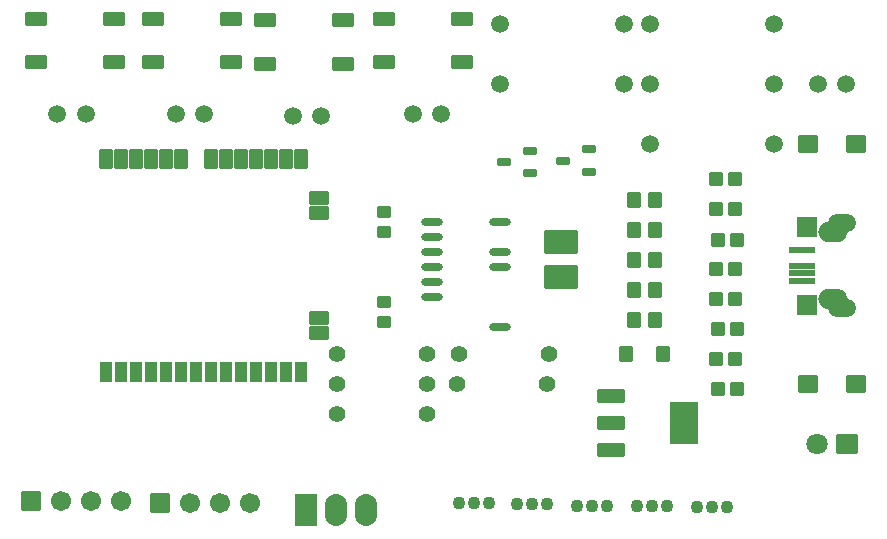
<source format=gts>
G04 Layer: TopSolderMaskLayer*
G04 EasyEDA v6.5.40, 2024-02-29 21:32:03*
G04 cd2e8cfeff5242bcb39c02c4be924e2f,f2d9dfb49ed74d9cbdeda56209f77222,10*
G04 Gerber Generator version 0.2*
G04 Scale: 100 percent, Rotated: No, Reflected: No *
G04 Dimensions in millimeters *
G04 leading zeros omitted , absolute positions ,4 integer and 5 decimal *
%FSLAX45Y45*%
%MOMM*%

%AMMACRO1*1,1,$1,$2,$3*1,1,$1,$4,$5*1,1,$1,0-$2,0-$3*1,1,$1,0-$4,0-$5*20,1,$1,$2,$3,$4,$5,0*20,1,$1,$4,$5,0-$2,0-$3,0*20,1,$1,0-$2,0-$3,0-$4,0-$5,0*20,1,$1,0-$4,0-$5,$2,$3,0*4,1,4,$2,$3,$4,$5,0-$2,0-$3,0-$4,0-$5,$2,$3,0*%
%ADD10MACRO1,0.2032X-0.5X0.55X0.5X0.55*%
%ADD11MACRO1,0.2032X1.3X0.8999X1.3X-0.8999*%
%ADD12MACRO1,0.1016X-0.5X0.6X0.5X0.6*%
%ADD13MACRO1,0.1016X-0.5X0.45X0.5X0.45*%
%ADD14MACRO1,0.1016X0.5188X-0.266X0.5188X0.266*%
%ADD15MACRO1,0.1016X-0.5X0.55X0.5X0.55*%
%ADD16MACRO1,0.1016X-0.765X0.68X-0.765X-0.68*%
%ADD17MACRO1,0.1016X0.765X0.68X0.765X-0.68*%
%ADD18MACRO1,0.1016X1.1X-1.75X-1.1X-1.75*%
%ADD19MACRO1,0.1016X1.1X0.55X1.1X-0.55*%
%ADD20O,1.8466053999999998X0.6615938*%
%ADD21R,1.1032X1.7032*%
%ADD22MACRO1,0.2032X0.75X-0.45X-0.75X-0.45*%
%ADD23MACRO1,0.2032X0.45X0.75X0.45X-0.75*%
%ADD24R,2.3032X0.6032*%
%ADD25R,1.7032X1.7032*%
%ADD26O,2.4031956000000005X1.5031974*%
%ADD27O,2.5015952X1.7015968000000001*%
%ADD28MACRO1,0.1016X0.85X-0.7874X-0.85X-0.7874*%
%ADD29C,1.8016*%
%ADD30C,1.1016*%
%ADD31C,1.5016*%
%ADD32O,1.9015964X2.7015948*%
%ADD33MACRO1,0.1016X-0.9X1.3X0.9X1.3*%
%ADD34C,1.4000*%
%ADD35MACRO1,0.1016X-0.85X0.5X0.85X0.5*%
%ADD36MACRO1,0.1016X-0.8X0.8X0.8X0.8*%
%ADD37C,1.7016*%
%ADD38C,1.5016*%

%LPD*%
D10*
G01*
X5942502Y4610100D03*
G01*
X6122512Y4610100D03*
G01*
X5942502Y4864100D03*
G01*
X6122512Y4864100D03*
G01*
X5942502Y5118100D03*
G01*
X6122512Y5118100D03*
G01*
X5942502Y5372100D03*
G01*
X6122512Y5372100D03*
G01*
X5942502Y5626100D03*
G01*
X6122512Y5626100D03*
D11*
G01*
X5321300Y5270500D03*
G01*
X5321300Y4970272D03*
D12*
G01*
X6187490Y4318000D03*
G01*
X5877509Y4318000D03*
D13*
G01*
X3822700Y4758590D03*
G01*
X3822700Y4588591D03*
G01*
X3822700Y5520590D03*
G01*
X3822700Y5350591D03*
D14*
G01*
X5558425Y5861300D03*
G01*
X5558425Y6051299D03*
G01*
X5338174Y5956300D03*
G01*
X5063125Y5848600D03*
G01*
X5063125Y6038599D03*
G01*
X4842874Y5943600D03*
D15*
G01*
X6798307Y5803900D03*
G01*
X6638307Y5803900D03*
G01*
X6798307Y5549900D03*
G01*
X6638307Y5549900D03*
G01*
X6811007Y5283200D03*
G01*
X6651007Y5283200D03*
G01*
X6798307Y5041900D03*
G01*
X6638307Y5041900D03*
G01*
X6798307Y4787900D03*
G01*
X6638307Y4787900D03*
G01*
X6811007Y4533900D03*
G01*
X6651007Y4533900D03*
G01*
X6798307Y4279900D03*
G01*
X6638307Y4279900D03*
G01*
X6811007Y4025900D03*
G01*
X6651007Y4025900D03*
D16*
G01*
X7823499Y4064007D03*
D17*
G01*
X7416500Y4064007D03*
D16*
G01*
X7823499Y6096007D03*
D17*
G01*
X7416500Y6096007D03*
D18*
G01*
X6367780Y3733800D03*
D19*
G01*
X5748019Y3503799D03*
G01*
X5748019Y3733800D03*
G01*
X5748019Y3963800D03*
D20*
G01*
X4233138Y5436692D03*
G01*
X4233138Y5309692D03*
G01*
X4233138Y5182692D03*
G01*
X4233138Y5055692D03*
G01*
X4233138Y4928692D03*
G01*
X4233138Y4801692D03*
G01*
X4807635Y5436692D03*
G01*
X4807635Y5182692D03*
G01*
X4807635Y5055692D03*
G01*
X4807635Y4547692D03*
D21*
G01*
X1474393Y4167301D03*
G01*
X1601393Y4167301D03*
G01*
X1728393Y4167301D03*
G01*
X1855393Y4167301D03*
G01*
X1982393Y4167301D03*
G01*
X2109393Y4167301D03*
G01*
X2236393Y4167301D03*
G01*
X2363393Y4167301D03*
G01*
X2490393Y4167301D03*
G01*
X2617393Y4167301D03*
G01*
X2744393Y4167301D03*
G01*
X2871393Y4167301D03*
G01*
X2998393Y4167301D03*
G01*
X3125393Y4167301D03*
D22*
G01*
X3275401Y4495800D03*
G01*
X3275401Y4622800D03*
G01*
X3275401Y5511800D03*
G01*
X3275398Y5638800D03*
D23*
G01*
X3125398Y5967300D03*
G01*
X2998398Y5967300D03*
G01*
X2871398Y5967300D03*
G01*
X2744398Y5967300D03*
G01*
X2617398Y5967300D03*
G01*
X2490398Y5967300D03*
G01*
X2363398Y5967300D03*
G01*
X2109398Y5967300D03*
G01*
X1982398Y5967300D03*
G01*
X1855398Y5967300D03*
G01*
X1728398Y5967300D03*
G01*
X1601398Y5967300D03*
G01*
X1474398Y5967300D03*
D24*
G01*
X7365898Y4937302D03*
G01*
X7365898Y5002301D03*
G01*
X7365898Y5067300D03*
G01*
X7365898Y5197297D03*
D25*
G01*
X7404100Y4737100D03*
G01*
X7404100Y5397500D03*
D26*
G01*
X7706613Y4705350D03*
G01*
X7706613Y5429250D03*
D27*
G01*
X7625918Y4784801D03*
G01*
X7625918Y5349798D03*
D28*
G01*
X7746998Y3556000D03*
D29*
G01*
X7493000Y3556000D03*
D30*
G01*
X4457700Y3060700D03*
G01*
X4584700Y3060700D03*
G01*
X4711700Y3060700D03*
G01*
X4953000Y3048000D03*
G01*
X5080000Y3048000D03*
G01*
X5207000Y3048000D03*
G01*
X5461000Y3035300D03*
G01*
X5588000Y3035300D03*
G01*
X5715000Y3035300D03*
G01*
X5969000Y3035300D03*
G01*
X6096000Y3035300D03*
G01*
X6223000Y3035300D03*
G01*
X6477000Y3022600D03*
G01*
X6604000Y3022600D03*
G01*
X6731000Y3022600D03*
D31*
G01*
X2064258Y6350000D03*
G01*
X2304541Y6350000D03*
G01*
X4070858Y6350000D03*
G01*
X4311141Y6350000D03*
G01*
X1060957Y6350000D03*
G01*
X1301242Y6350000D03*
G01*
X3054858Y6337300D03*
G01*
X3295141Y6337300D03*
G01*
X7499858Y6604000D03*
G01*
X7740141Y6604000D03*
D32*
G01*
X3416300Y2997682D03*
G01*
X3670325Y2996692D03*
D33*
G01*
X3162287Y2997695D03*
D34*
G01*
X4190009Y4318000D03*
G01*
X3429990Y4318000D03*
G01*
X4190009Y4064000D03*
G01*
X3429990Y4064000D03*
G01*
X4190009Y3810000D03*
G01*
X3429990Y3810000D03*
G01*
X4458690Y4318000D03*
G01*
X5218709Y4318000D03*
G01*
X4445990Y4064000D03*
G01*
X5206009Y4064000D03*
D35*
G01*
X1867100Y7157316D03*
G01*
X2527099Y7157321D03*
G01*
X1867100Y6787278D03*
G01*
X2527099Y6787281D03*
G01*
X876500Y7157316D03*
G01*
X1536499Y7157321D03*
G01*
X876500Y6787278D03*
G01*
X1536499Y6787281D03*
G01*
X2819600Y7144616D03*
G01*
X3479599Y7144621D03*
G01*
X2819600Y6774578D03*
G01*
X3479599Y6774581D03*
G01*
X3822900Y7157316D03*
G01*
X4482899Y7157321D03*
G01*
X3822900Y6787278D03*
G01*
X4482899Y6787281D03*
D36*
G01*
X1930399Y3060700D03*
D37*
G01*
X2184400Y3060700D03*
G01*
X2438400Y3060700D03*
G01*
X2692400Y3060700D03*
D38*
G01*
X4809007Y7112000D03*
G01*
X5858992Y7112000D03*
G01*
X5858992Y6604000D03*
G01*
X4809007Y6604000D03*
G01*
X6079007Y7112000D03*
G01*
X7128992Y7112000D03*
G01*
X6079007Y6604000D03*
G01*
X7128992Y6604000D03*
G01*
X6079007Y6096000D03*
G01*
X7128992Y6096000D03*
D36*
G01*
X838200Y3073400D03*
D37*
G01*
X1092200Y3073400D03*
G01*
X1346200Y3073400D03*
G01*
X1600200Y3073400D03*
M02*

</source>
